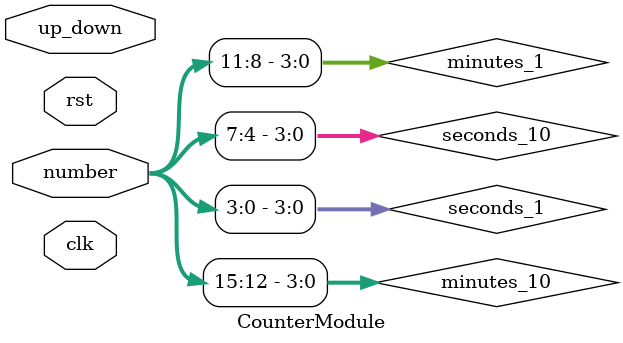
<source format=v>
module CounterModule (   
    clk,  // clock
    rst,  // reset
    //enable, // needed but not implemented now.
    up_down,
    number
  );
  parameter NUMBER_OF_DIGITS = 4;
  parameter NUMBER_OF_BITS_PER_DIGIT = 4;
  
  localparam NUMBER_OF_BITS = NUMBER_OF_DIGITS * NUMBER_OF_BITS_PER_DIGIT;
  
  input wire clk;
  input wire rst;
  //input wire enable;
  input wire up_down;
  input wire [(NUMBER_OF_BITS-1):0] number;
  
  wire clock_seconds_1;
  wire [3:0] seconds_1 = number[3:0];
  wire [3:0] seconds_10 = number[7:4];
  wire [3:0] minutes_1 = number[11:8];
  wire [3:0] minutes_10 = number[15:12];
  
  wire [6:0] threshold;
  
  // does not handle division in the inputs properly.
    Clock #(  .BOARD_CLOCK_FREQUENCY_IN_HZ(100_000_000), // Alchitry does not understand Verilog and as such changing how numbers are update changes the display even though it shouldn't.
              .OUTPUT_CLOCK_PERIOD_IN_SECONDS(1)
           )
           one_second_clock(  .clk(clk),
                              .rst(rst),
                              .clkOut(clock_seconds_1)
                           );
    
    assign threshold[1] = clock_seconds_1 & threshold[0];
    assign threshold[3] = threshold[1] & threshold[2];
    assign threshold[5] = threshold[3] & threshold[4];
    
    // Alchitry labs cannot understand project hierachry and so a seperate Counter file must be created in order for Alchitry Labs to tell Vivado where it is.
    // The doublicate counter was changed to a wrapper for the counter file.
    
    Counter #(.BASE(10), .NUMBER_OF_BITS(NUMBER_OF_BITS_PER_DIGIT)) counterSeconds1(  .clk(clk),
                                            .rst(rst),
                                            .enable(clock_seconds_1),
                                            .up_down(up_down),
                                            .numberIn(seconds_1[3:0]),
                                            .numberOut(seconds_1[3:0]),
                                            .threshold(threshold[0])
                                         );
    Counter #(.BASE(6), .NUMBER_OF_BITS(NUMBER_OF_BITS_PER_DIGIT)) counterSeconds10(  .clk(clk),
                                            .rst(rst),
                                            .enable(threshold[1]),
                                            .up_down(up_down),
                                            .numberIn(seconds_10[3:0]),
                                            .numberOut(seconds_10[3:0]),
                                            .threshold(threshold[2])
                                         );
    
    Counter #(.BASE(10), .NUMBER_OF_BITS(NUMBER_OF_BITS_PER_DIGIT)) counterMinutes1(  .clk(clk),
                                            .rst(rst),
                                            .enable(threshold[3]),
                                            .up_down(up_down),
                                            .numberIn(minutes_1[3:0]),
                                            .numberOut(minutes_1[3:0]),
                                            .threshold(threshold[4])
                                         );
    Counter #(.BASE(6), .NUMBER_OF_BITS(NUMBER_OF_BITS_PER_DIGIT)) counterMinutes10(  .clk(clk),
                                            .rst(rst),
                                            .enable(threshold[5]),
                                            .up_down(up_down),
                                            .numberIn(minutes_10[3:0]),
                                            .numberOut(minutes_10[3:0]),
                                            .threshold(threshold[6])
                                         );
  
endmodule

</source>
